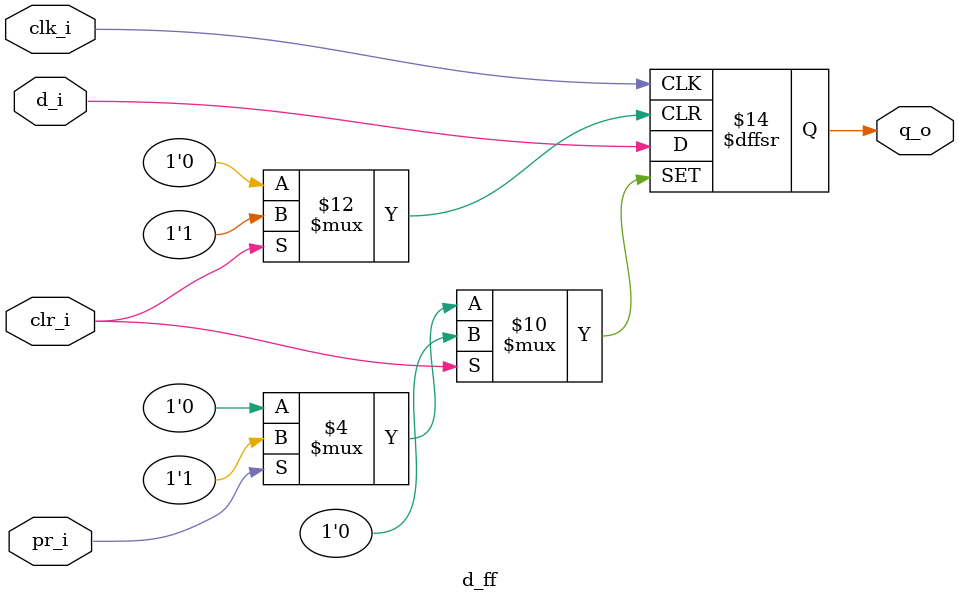
<source format=v>
module d_ff(
	input	clk_i,		//D Flipflop module name
	input	pr_i,			//clock signal
	input clr_i,		//preset signal
	input	d_i,			//data signal
	output reg	q_o	//output
);

always@(posedge clk_i or posedge pr_i or posedge clr_i)
begin

	if(clr_i)
		q_o<=1'b0;			//clear the output when 'clr_i' is asserted
	else if(pr_i)
		q_o<=1'b1;			//set the output when 'pr_i' is asserted
	else 
		q_o<=d_i;			//latch the data at positive edge of the 'clk_i'

end
endmodule

</source>
